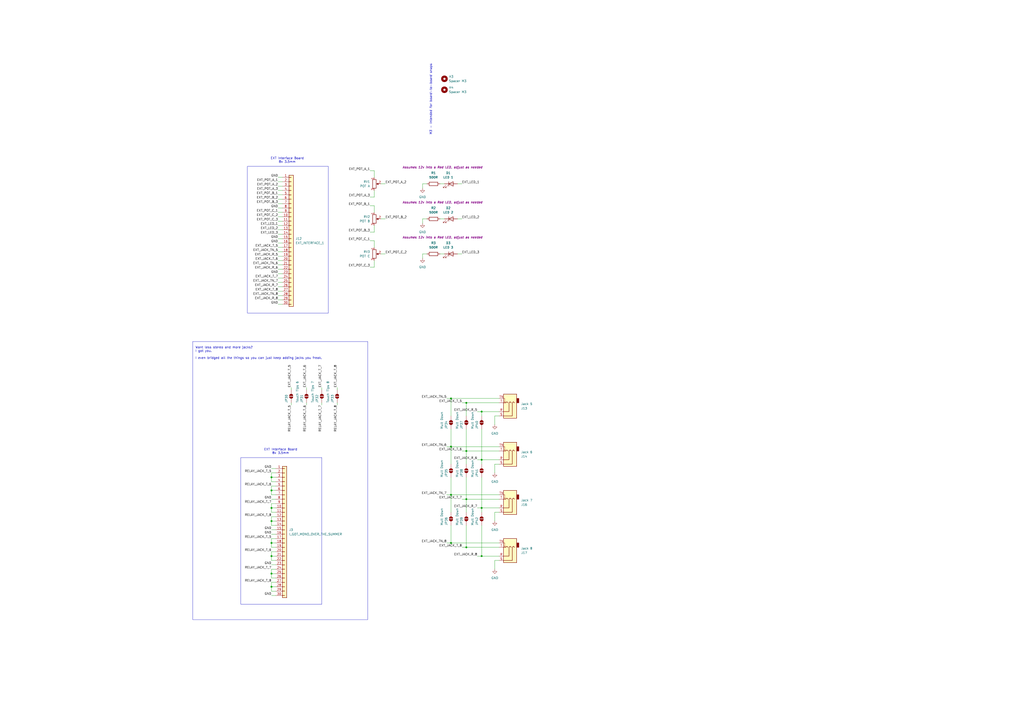
<source format=kicad_sch>
(kicad_sch (version 20231120) (generator "eeschema") (generator_version "8.0")
  (paper "A2")
  (title_block (title "Occasional Table") (rev "1.0") (company "velvia-fifty") (comment 1 "https://github.com/velvia-fifty/AudioThings") (comment 2 "What is it the rest of the time?") (comment 4 "Stay humble"))
  (lib_symbols
    (symbol "Connector_Audio:AudioJack3_SwitchT"
      (property "Reference" "J" (at 0 8.89 0))
      (property "Value" "AudioJack3_SwitchT" (at 0 6.35 0))
      (symbol "AudioJack3_SwitchT_0_1"
        (rectangle (start -5.08 -5.08) (end -6.35 -7.62) (stroke (width 0.254)) (fill (type outline)))
        (polyline (pts (xy 1.778 -5.334) (xy 2.032 -5.842)))
        (polyline (pts (xy 0 -5.08) (xy 0.635 -5.715) (xy 1.27 -5.08) (xy 2.54 -5.08)) (stroke (width 0.254)))
        (polyline (pts (xy 2.54 -7.62) (xy 1.778 -7.62) (xy 1.778 -5.334) (xy 1.524 -5.842)))
        (polyline (pts (xy -1.905 -5.08) (xy -1.27 -5.715) (xy -0.635 -5.08) (xy -0.635 0) (xy 2.54 0)) (stroke (width 0.254)))
        (polyline (pts (xy 2.54 2.54) (xy -2.54 2.54) (xy -2.54 -5.08) (xy -3.175 -5.715) (xy -3.81 -5.08)) (stroke (width 0.254)))
        (rectangle (start 2.54 3.81) (end -5.08 -10.16) (stroke (width 0.254)) (fill (type background)))
      )
      (symbol "AudioJack3_SwitchT_1_1"
        (pin passive line (at 5.08 0 180) (length 2.54) (name "~") (number "R"))
        (pin passive line (at 5.08 2.54 180) (length 2.54) (name "~") (number "S"))
        (pin passive line (at 5.08 -5.08 180) (length 2.54) (name "~") (number "T"))
        (pin passive line (at 5.08 -7.62 180) (length 2.54) (name "~") (number "TN"))
      )
    )
    (symbol "Connector_Generic:Conn_01x30" (pin_names (offset 1.016) hide)
      (property "Reference" "J" (at 0 38.1 0))
      (property "Value" "Conn_01x30" (at 0 -40.64 0))
      (symbol "Conn_01x30_1_1"
        (rectangle (start -1.27 -37.973) (end 0 -38.227) (stroke (width 0.1524)))
        (rectangle (start -1.27 -35.433) (end 0 -35.687) (stroke (width 0.1524)))
        (rectangle (start -1.27 -32.893) (end 0 -33.147) (stroke (width 0.1524)))
        (rectangle (start -1.27 -30.353) (end 0 -30.607) (stroke (width 0.1524)))
        (rectangle (start -1.27 -27.813) (end 0 -28.067) (stroke (width 0.1524)))
        (rectangle (start -1.27 -25.273) (end 0 -25.527) (stroke (width 0.1524)))
        (rectangle (start -1.27 -22.733) (end 0 -22.987) (stroke (width 0.1524)))
        (rectangle (start -1.27 -20.193) (end 0 -20.447) (stroke (width 0.1524)))
        (rectangle (start -1.27 -17.653) (end 0 -17.907) (stroke (width 0.1524)))
        (rectangle (start -1.27 -15.113) (end 0 -15.367) (stroke (width 0.1524)))
        (rectangle (start -1.27 -12.573) (end 0 -12.827) (stroke (width 0.1524)))
        (rectangle (start -1.27 -10.033) (end 0 -10.287) (stroke (width 0.1524)))
        (rectangle (start -1.27 -7.493) (end 0 -7.747) (stroke (width 0.1524)))
        (rectangle (start -1.27 -4.953) (end 0 -5.207) (stroke (width 0.1524)))
        (rectangle (start -1.27 -2.413) (end 0 -2.667) (stroke (width 0.1524)))
        (rectangle (start -1.27 0.127) (end 0 -0.127) (stroke (width 0.1524)))
        (rectangle (start -1.27 2.667) (end 0 2.413) (stroke (width 0.1524)))
        (rectangle (start -1.27 5.207) (end 0 4.953) (stroke (width 0.1524)))
        (rectangle (start -1.27 7.747) (end 0 7.493) (stroke (width 0.1524)))
        (rectangle (start -1.27 10.287) (end 0 10.033) (stroke (width 0.1524)))
        (rectangle (start -1.27 12.827) (end 0 12.573) (stroke (width 0.1524)))
        (rectangle (start -1.27 15.367) (end 0 15.113) (stroke (width 0.1524)))
        (rectangle (start -1.27 17.907) (end 0 17.653) (stroke (width 0.1524)))
        (rectangle (start -1.27 20.447) (end 0 20.193) (stroke (width 0.1524)))
        (rectangle (start -1.27 22.987) (end 0 22.733) (stroke (width 0.1524)))
        (rectangle (start -1.27 25.527) (end 0 25.273) (stroke (width 0.1524)))
        (rectangle (start -1.27 28.067) (end 0 27.813) (stroke (width 0.1524)))
        (rectangle (start -1.27 30.607) (end 0 30.353) (stroke (width 0.1524)))
        (rectangle (start -1.27 33.147) (end 0 32.893) (stroke (width 0.1524)))
        (rectangle (start -1.27 35.687) (end 0 35.433) (stroke (width 0.1524)))
        (rectangle (start -1.27 36.83) (end 1.27 -39.37) (stroke (width 0.254)) (fill (type background)))
        (pin passive line (at -5.08 35.56 0) (length 3.81) (name "Pin_1") (number "1"))
        (pin passive line (at -5.08 12.7 0) (length 3.81) (name "Pin_10") (number "10"))
        (pin passive line (at -5.08 10.16 0) (length 3.81) (name "Pin_11") (number "11"))
        (pin passive line (at -5.08 7.62 0) (length 3.81) (name "Pin_12") (number "12"))
        (pin passive line (at -5.08 5.08 0) (length 3.81) (name "Pin_13") (number "13"))
        (pin passive line (at -5.08 2.54 0) (length 3.81) (name "Pin_14") (number "14"))
        (pin passive line (at -5.08 0 0) (length 3.81) (name "Pin_15") (number "15"))
        (pin passive line (at -5.08 -2.54 0) (length 3.81) (name "Pin_16") (number "16"))
        (pin passive line (at -5.08 -5.08 0) (length 3.81) (name "Pin_17") (number "17"))
        (pin passive line (at -5.08 -7.62 0) (length 3.81) (name "Pin_18") (number "18"))
        (pin passive line (at -5.08 -10.16 0) (length 3.81) (name "Pin_19") (number "19"))
        (pin passive line (at -5.08 33.02 0) (length 3.81) (name "Pin_2") (number "2"))
        (pin passive line (at -5.08 -12.7 0) (length 3.81) (name "Pin_20") (number "20"))
        (pin passive line (at -5.08 -15.24 0) (length 3.81) (name "Pin_21") (number "21"))
        (pin passive line (at -5.08 -17.78 0) (length 3.81) (name "Pin_22") (number "22"))
        (pin passive line (at -5.08 -20.32 0) (length 3.81) (name "Pin_23") (number "23"))
        (pin passive line (at -5.08 -22.86 0) (length 3.81) (name "Pin_24") (number "24"))
        (pin passive line (at -5.08 -25.4 0) (length 3.81) (name "Pin_25") (number "25"))
        (pin passive line (at -5.08 -27.94 0) (length 3.81) (name "Pin_26") (number "26"))
        (pin passive line (at -5.08 -30.48 0) (length 3.81) (name "Pin_27") (number "27"))
        (pin passive line (at -5.08 -33.02 0) (length 3.81) (name "Pin_28") (number "28"))
        (pin passive line (at -5.08 -35.56 0) (length 3.81) (name "Pin_29") (number "29"))
        (pin passive line (at -5.08 30.48 0) (length 3.81) (name "Pin_3") (number "3"))
        (pin passive line (at -5.08 -38.1 0) (length 3.81) (name "Pin_30") (number "30"))
        (pin passive line (at -5.08 27.94 0) (length 3.81) (name "Pin_4") (number "4"))
        (pin passive line (at -5.08 25.4 0) (length 3.81) (name "Pin_5") (number "5"))
        (pin passive line (at -5.08 22.86 0) (length 3.81) (name "Pin_6") (number "6"))
        (pin passive line (at -5.08 20.32 0) (length 3.81) (name "Pin_7") (number "7"))
        (pin passive line (at -5.08 17.78 0) (length 3.81) (name "Pin_8") (number "8"))
        (pin passive line (at -5.08 15.24 0) (length 3.81) (name "Pin_9") (number "9"))
      )
    )
    (symbol "Device:LED" (pin_numbers hide) (pin_names (offset 1.016) hide)
      (property "Reference" "D" (at 0 2.54 0))
      (property "Value" "LED" (at 0 -2.54 0))
      (symbol "LED_0_1"
        (polyline (pts (xy -1.27 -1.27) (xy -1.27 1.27)) (stroke (width 0.254)))
        (polyline (pts (xy -1.27 0) (xy 1.27 0)))
        (polyline (pts (xy 1.27 -1.27) (xy 1.27 1.27) (xy -1.27 0) (xy 1.27 -1.27)) (stroke (width 0.254)))
        (polyline (pts (xy -3.048 -0.762) (xy -4.572 -2.286) (xy -3.81 -2.286) (xy -4.572 -2.286) (xy -4.572 -1.524)))
        (polyline (pts (xy -1.778 -0.762) (xy -3.302 -2.286) (xy -2.54 -2.286) (xy -3.302 -2.286) (xy -3.302 -1.524)))
      )
      (symbol "LED_1_1"
        (pin passive line (at -3.81 0 0) (length 2.54) (name "K") (number "1"))
        (pin passive line (at 3.81 0 180) (length 2.54) (name "A") (number "2"))
      )
    )
    (symbol "Device:R" (pin_numbers hide) (pin_names (offset 0))
      (property "Reference" "R" (at 2.032 0 90))
      (property "Value" "R" (at 0 0 90))
      (symbol "R_0_1"
        (rectangle (start -1.016 -2.54) (end 1.016 2.54) (stroke (width 0.254)))
      )
      (symbol "R_1_1"
        (pin passive line (at 0 3.81 270) (length 1.27) (name "~") (number "1"))
        (pin passive line (at 0 -3.81 90) (length 1.27) (name "~") (number "2"))
      )
    )
    (symbol "Device:R_Potentiometer" (pin_names (offset 1.016) hide)
      (property "Reference" "RV" (at -4.445 0 90))
      (property "Value" "R_Potentiometer" (at -2.54 0 90))
      (symbol "R_Potentiometer_0_1"
        (polyline (pts (xy 2.54 0) (xy 1.524 0)))
        (polyline (pts (xy 1.143 0) (xy 2.286 0.508) (xy 2.286 -0.508) (xy 1.143 0)) (fill (type outline)))
        (rectangle (start 1.016 2.54) (end -1.016 -2.54) (stroke (width 0.254)))
      )
      (symbol "R_Potentiometer_1_1"
        (pin passive line (at 0 3.81 270) (length 1.27) (name "1") (number "1"))
        (pin passive line (at 3.81 0 180) (length 1.27) (name "2") (number "2"))
        (pin passive line (at 0 -3.81 90) (length 1.27) (name "3") (number "3"))
      )
    )
    (symbol "Jumper:SolderJumper_2_Open" (pin_numbers hide) (pin_names (offset 0) hide) (exclude_from_sim yes) (in_bom no)
      (property "Reference" "JP" (at 0 2.032 0))
      (property "Value" "SolderJumper_2_Open" (at 0 -2.54 0))
      (symbol "SolderJumper_2_Open_0_1"
        (arc (start -0.254 1.016) (mid -1.2656 0) (end -0.254 -1.016))
        (arc (start -0.254 1.016) (mid -1.2656 0) (end -0.254 -1.016) (fill (type outline)))
        (polyline (pts (xy -0.254 1.016) (xy -0.254 -1.016)))
        (polyline (pts (xy 0.254 1.016) (xy 0.254 -1.016)))
        (arc (start 0.254 -1.016) (mid 1.2656 0) (end 0.254 1.016))
        (arc (start 0.254 -1.016) (mid 1.2656 0) (end 0.254 1.016) (fill (type outline)))
      )
      (symbol "SolderJumper_2_Open_1_1"
        (pin passive line (at -3.81 0 0) (length 2.54) (name "A") (number "1"))
        (pin passive line (at 3.81 0 180) (length 2.54) (name "B") (number "2"))
      )
    )
    (symbol "Mechanical:MountingHole" (pin_names (offset 1.016)) (exclude_from_sim yes) (in_bom no)
      (property "Reference" "H" (at 0 5.08 0))
      (property "Value" "MountingHole" (at 0 3.175 0))
      (symbol "MountingHole_0_1"
        (circle (center 0 0) (radius 1.27) (stroke (width 1.27)))
      )
    )
    (symbol "power:GND" (power) (pin_numbers hide) (pin_names (offset 0) hide)
      (property "Value" "GND" (at 0 -3.81 0))
      (symbol "GND_0_1"
        (polyline (pts (xy 0 0) (xy 0 -1.27) (xy 1.27 -1.27) (xy 0 -2.54) (xy -1.27 -1.27) (xy 0 -1.27)))
      )
      (symbol "GND_1_1"
        (pin power_in line (at 0 0 270) (length 0) (name "~") (number "1"))
      )
    )
  )
  (junction (at 157.48 314.96))
  (junction (at 279.4 238.76))
  (junction (at 261.62 314.96))
  (junction (at 157.48 322.58))
  (junction (at 157.48 302.26))
  (junction (at 157.48 294.64))
  (junction (at 157.48 332.74))
  (junction (at 279.4 294.64))
  (junction (at 157.48 340.36))
  (junction (at 261.62 259.08))
  (junction (at 261.62 287.02))
  (junction (at 270.51 261.62))
  (junction (at 270.51 317.5))
  (junction (at 157.48 284.48))
  (junction (at 279.4 322.58))
  (junction (at 279.4 266.7))
  (junction (at 270.51 233.68))
  (junction (at 270.51 289.56))
  (junction (at 261.62 231.14))
  (junction (at 157.48 276.86))
  (wire (pts (xy 160.02 309.88) (xy 157.48 309.88)))
  (wire (pts (xy 160.02 271.78) (xy 157.48 271.78)))
  (wire (pts (xy 195.58 224.79) (xy 195.58 226.06)))
  (wire (pts (xy 160.02 287.02) (xy 157.48 287.02)))
  (wire (pts (xy 163.83 128.27) (xy 161.29 128.27)))
  (wire (pts (xy 287.02 274.32) (xy 287.02 269.24)))
  (wire (pts (xy 157.48 299.72) (xy 157.48 302.26)))
  (wire (pts (xy 245.11 106.68) (xy 245.11 109.22)))
  (wire (pts (xy 287.02 297.18) (xy 289.56 297.18)))
  (wire (pts (xy 157.48 276.86) (xy 157.48 279.4)))
  (wire (pts (xy 279.4 238.76) (xy 289.56 238.76)))
  (wire (pts (xy 259.08 314.96) (xy 261.62 314.96)))
  (wire (pts (xy 163.83 168.91) (xy 161.29 168.91)))
  (wire (pts (xy 163.83 110.49) (xy 161.29 110.49)))
  (wire (pts (xy 259.08 231.14) (xy 261.62 231.14)))
  (wire (pts (xy 160.02 279.4) (xy 157.48 279.4)))
  (wire (pts (xy 270.51 261.62) (xy 270.51 269.24)))
  (wire (pts (xy 163.83 156.21) (xy 161.29 156.21)))
  (wire (pts (xy 214.63 114.3) (xy 217.17 114.3)))
  (wire (pts (xy 247.65 127) (xy 245.11 127)))
  (wire (pts (xy 163.83 143.51) (xy 161.29 143.51)))
  (wire (pts (xy 217.17 119.38) (xy 217.17 123.19)))
  (wire (pts (xy 157.48 292.1) (xy 157.48 294.64)))
  (wire (pts (xy 163.83 102.87) (xy 161.29 102.87)))
  (wire (pts (xy 217.17 114.3) (xy 217.17 110.49)))
  (wire (pts (xy 168.91 224.79) (xy 168.91 226.06)))
  (wire (pts (xy 163.83 166.37) (xy 161.29 166.37)))
  (wire (pts (xy 157.48 281.94) (xy 157.48 284.48)))
  (wire (pts (xy 160.02 332.74) (xy 157.48 332.74)))
  (wire (pts (xy 163.83 173.99) (xy 161.29 173.99)))
  (wire (pts (xy 157.48 314.96) (xy 157.48 317.5)))
  (wire (pts (xy 160.02 292.1) (xy 157.48 292.1)))
  (wire (pts (xy 195.58 234.95) (xy 195.58 233.68)))
  (wire (pts (xy 157.48 322.58) (xy 157.48 325.12)))
  (wire (pts (xy 160.02 327.66) (xy 157.48 327.66)))
  (wire (pts (xy 157.48 337.82) (xy 157.48 340.36)))
  (wire (pts (xy 160.02 320.04) (xy 157.48 320.04)))
  (wire (pts (xy 259.08 287.02) (xy 261.62 287.02)))
  (wire (pts (xy 160.02 281.94) (xy 157.48 281.94)))
  (wire (pts (xy 287.02 330.2) (xy 287.02 325.12)))
  (wire (pts (xy 270.51 248.92) (xy 270.51 261.62)))
  (wire (pts (xy 270.51 233.68) (xy 270.51 241.3)))
  (wire (pts (xy 160.02 345.44) (xy 157.48 345.44)))
  (wire (pts (xy 276.86 266.7) (xy 279.4 266.7)))
  (wire (pts (xy 261.62 314.96) (xy 289.56 314.96)))
  (wire (pts (xy 255.27 147.32) (xy 257.81 147.32)))
  (wire (pts (xy 287.02 302.26) (xy 287.02 297.18)))
  (wire (pts (xy 255.27 106.68) (xy 257.81 106.68)))
  (wire (pts (xy 168.91 234.95) (xy 168.91 233.68)))
  (wire (pts (xy 214.63 99.06) (xy 217.17 99.06)))
  (wire (pts (xy 157.48 320.04) (xy 157.48 322.58)))
  (wire (pts (xy 245.11 147.32) (xy 245.11 149.86)))
  (wire (pts (xy 276.86 294.64) (xy 279.4 294.64)))
  (wire (pts (xy 177.8 234.95) (xy 177.8 233.68)))
  (wire (pts (xy 223.52 147.32) (xy 220.98 147.32)))
  (wire (pts (xy 163.83 151.13) (xy 161.29 151.13)))
  (wire (pts (xy 186.69 224.79) (xy 186.69 226.06)))
  (wire (pts (xy 157.48 274.32) (xy 157.48 276.86)))
  (wire (pts (xy 163.83 153.67) (xy 161.29 153.67)))
  (wire (pts (xy 186.69 234.95) (xy 186.69 233.68)))
  (wire (pts (xy 214.63 139.7) (xy 217.17 139.7)))
  (wire (pts (xy 160.02 317.5) (xy 157.48 317.5)))
  (wire (pts (xy 163.83 133.35) (xy 161.29 133.35)))
  (wire (pts (xy 217.17 134.62) (xy 217.17 130.81)))
  (wire (pts (xy 157.48 312.42) (xy 157.48 314.96)))
  (wire (pts (xy 160.02 312.42) (xy 157.48 312.42)))
  (wire (pts (xy 160.02 304.8) (xy 157.48 304.8)))
  (wire (pts (xy 287.02 269.24) (xy 289.56 269.24)))
  (wire (pts (xy 261.62 248.92) (xy 261.62 259.08)))
  (wire (pts (xy 160.02 294.64) (xy 157.48 294.64)))
  (wire (pts (xy 163.83 118.11) (xy 161.29 118.11)))
  (wire (pts (xy 261.62 304.8) (xy 261.62 314.96)))
  (wire (pts (xy 160.02 340.36) (xy 157.48 340.36)))
  (wire (pts (xy 261.62 276.86) (xy 261.62 287.02)))
  (wire (pts (xy 267.97 127) (xy 265.43 127)))
  (wire (pts (xy 163.83 105.41) (xy 161.29 105.41)))
  (wire (pts (xy 160.02 342.9) (xy 157.48 342.9)))
  (wire (pts (xy 261.62 231.14) (xy 261.62 241.3)))
  (wire (pts (xy 160.02 297.18) (xy 157.48 297.18)))
  (wire (pts (xy 270.51 289.56) (xy 289.56 289.56)))
  (wire (pts (xy 223.52 127) (xy 220.98 127)))
  (wire (pts (xy 163.83 125.73) (xy 161.29 125.73)))
  (wire (pts (xy 160.02 307.34) (xy 157.48 307.34)))
  (wire (pts (xy 163.83 130.81) (xy 161.29 130.81)))
  (wire (pts (xy 267.97 106.68) (xy 265.43 106.68)))
  (wire (pts (xy 267.97 289.56) (xy 270.51 289.56)))
  (wire (pts (xy 267.97 147.32) (xy 265.43 147.32)))
  (wire (pts (xy 276.86 322.58) (xy 279.4 322.58)))
  (wire (pts (xy 163.83 123.19) (xy 161.29 123.19)))
  (wire (pts (xy 247.65 147.32) (xy 245.11 147.32)))
  (wire (pts (xy 157.48 284.48) (xy 157.48 287.02)))
  (wire (pts (xy 279.4 238.76) (xy 279.4 241.3)))
  (wire (pts (xy 217.17 99.06) (xy 217.17 102.87)))
  (wire (pts (xy 287.02 325.12) (xy 289.56 325.12)))
  (wire (pts (xy 261.62 259.08) (xy 289.56 259.08)))
  (wire (pts (xy 279.4 294.64) (xy 289.56 294.64)))
  (wire (pts (xy 160.02 284.48) (xy 157.48 284.48)))
  (wire (pts (xy 261.62 287.02) (xy 261.62 297.18)))
  (wire (pts (xy 279.4 294.64) (xy 279.4 297.18)))
  (wire (pts (xy 163.83 140.97) (xy 161.29 140.97)))
  (wire (pts (xy 163.83 146.05) (xy 161.29 146.05)))
  (wire (pts (xy 214.63 154.94) (xy 217.17 154.94)))
  (wire (pts (xy 177.8 224.79) (xy 177.8 226.06)))
  (wire (pts (xy 267.97 317.5) (xy 270.51 317.5)))
  (wire (pts (xy 259.08 259.08) (xy 261.62 259.08)))
  (wire (pts (xy 160.02 325.12) (xy 157.48 325.12)))
  (wire (pts (xy 279.4 248.92) (xy 279.4 266.7)))
  (wire (pts (xy 160.02 276.86) (xy 157.48 276.86)))
  (wire (pts (xy 287.02 246.38) (xy 287.02 241.3)))
  (wire (pts (xy 160.02 302.26) (xy 157.48 302.26)))
  (wire (pts (xy 217.17 139.7) (xy 217.17 143.51)))
  (wire (pts (xy 279.4 322.58) (xy 289.56 322.58)))
  (wire (pts (xy 261.62 231.14) (xy 289.56 231.14)))
  (wire (pts (xy 163.83 107.95) (xy 161.29 107.95)))
  (wire (pts (xy 270.51 233.68) (xy 289.56 233.68)))
  (wire (pts (xy 214.63 134.62) (xy 217.17 134.62)))
  (wire (pts (xy 160.02 299.72) (xy 157.48 299.72)))
  (wire (pts (xy 245.11 127) (xy 245.11 129.54)))
  (wire (pts (xy 160.02 335.28) (xy 157.48 335.28)))
  (wire (pts (xy 157.48 332.74) (xy 157.48 335.28)))
  (wire (pts (xy 276.86 238.76) (xy 279.4 238.76)))
  (wire (pts (xy 163.83 148.59) (xy 161.29 148.59)))
  (wire (pts (xy 160.02 330.2) (xy 157.48 330.2)))
  (wire (pts (xy 163.83 120.65) (xy 161.29 120.65)))
  (wire (pts (xy 160.02 337.82) (xy 157.48 337.82)))
  (wire (pts (xy 163.83 161.29) (xy 161.29 161.29)))
  (wire (pts (xy 163.83 158.75) (xy 161.29 158.75)))
  (wire (pts (xy 270.51 289.56) (xy 270.51 297.18)))
  (wire (pts (xy 270.51 304.8) (xy 270.51 317.5)))
  (wire (pts (xy 267.97 233.68) (xy 270.51 233.68)))
  (wire (pts (xy 217.17 154.94) (xy 217.17 151.13)))
  (wire (pts (xy 163.83 135.89) (xy 161.29 135.89)))
  (wire (pts (xy 157.48 302.26) (xy 157.48 304.8)))
  (wire (pts (xy 267.97 261.62) (xy 270.51 261.62)))
  (wire (pts (xy 160.02 274.32) (xy 157.48 274.32)))
  (wire (pts (xy 163.83 113.03) (xy 161.29 113.03)))
  (wire (pts (xy 214.63 119.38) (xy 217.17 119.38)))
  (wire (pts (xy 160.02 322.58) (xy 157.48 322.58)))
  (wire (pts (xy 163.83 138.43) (xy 161.29 138.43)))
  (wire (pts (xy 279.4 304.8) (xy 279.4 322.58)))
  (wire (pts (xy 279.4 276.86) (xy 279.4 294.64)))
  (wire (pts (xy 160.02 314.96) (xy 157.48 314.96)))
  (wire (pts (xy 270.51 317.5) (xy 289.56 317.5)))
  (wire (pts (xy 279.4 266.7) (xy 289.56 266.7)))
  (wire (pts (xy 157.48 330.2) (xy 157.48 332.74)))
  (wire (pts (xy 270.51 261.62) (xy 289.56 261.62)))
  (wire (pts (xy 163.83 163.83) (xy 161.29 163.83)))
  (wire (pts (xy 279.4 266.7) (xy 279.4 269.24)))
  (wire (pts (xy 157.48 340.36) (xy 157.48 342.9)))
  (wire (pts (xy 261.62 259.08) (xy 261.62 269.24)))
  (wire (pts (xy 163.83 115.57) (xy 161.29 115.57)))
  (wire (pts (xy 163.83 176.53) (xy 161.29 176.53)))
  (wire (pts (xy 157.48 294.64) (xy 157.48 297.18)))
  (wire (pts (xy 247.65 106.68) (xy 245.11 106.68)))
  (wire (pts (xy 160.02 289.56) (xy 157.48 289.56)))
  (wire (pts (xy 223.52 106.68) (xy 220.98 106.68)))
  (wire (pts (xy 287.02 241.3) (xy 289.56 241.3)))
  (wire (pts (xy 255.27 127) (xy 257.81 127)))
  (wire (pts (xy 163.83 171.45) (xy 161.29 171.45)))
  (wire (pts (xy 261.62 287.02) (xy 289.56 287.02)))
  (wire (pts (xy 270.51 276.86) (xy 270.51 289.56)))
  (rectangle (start 139.7 265.43) (end 186.69 350.52))
  (rectangle (start 143.51 96.52) (end 190.5 181.61))
  (rectangle (start 111.76 198.12) (end 213.36 359.41))
  (text "Want less stereo and more jacks?\nI got you.\n\nI even bridged all the things so you can just keep adding jacks you freak." (at 113.284 204.724 0) (effects (font (size 1.27 1.27)) (justify left)))
  (text "EXT Interface Board\n8x 3.5mm" (at 166.624 92.964 0) (effects (font (size 1.27 1.27))))
  (text "EXT Interface Board\n8x 3.5mm" (at 162.814 261.874 0) (effects (font (size 1.27 1.27))))
  (text "M3 - Intended for board-to-board snaps" (at 249.936 57.658 90) (effects (font (size 1.27 1.27) (italic yes))))
  (label "GND" (at 157.48 289.56 180))
  (label "EXT_JACK_R_8" (at 161.29 173.99 180))
  (label "EXT_LED_2" (at 161.29 133.35 180))
  (label "EXT_JACK_TN_6" (at 161.29 153.67 180))
  (label "RELAY_JACK_T_7" (at 157.48 292.1 180))
  (label "GND" (at 157.48 327.66 180))
  (label "GND" (at 157.48 345.44 180))
  (label "EXT_POT_A_1" (at 161.29 105.41 180))
  (label "EXT_JACK_R_7" (at 276.86 294.64 180))
  (label "EXT_LED_3" (at 267.97 147.32 0))
  (label "EXT_JACK_T_6" (at 177.8 224.79 90))
  (label "EXT_JACK_T_7" (at 186.69 224.79 90))
  (label "RELAY_JACK_T_8" (at 157.48 337.82 180))
  (label "EXT_LED_2" (at 267.97 127 0))
  (label "EXT_JACK_TN_5" (at 259.08 231.14 180))
  (label "EXT_JACK_R_7" (at 161.29 166.37 180))
  (label "EXT_JACK_TN_7" (at 161.29 163.83 180))
  (label "GND" (at 161.29 176.53 180))
  (label "EXT_POT_C_3" (at 214.63 154.94 180))
  (label "EXT_POT_A_2" (at 223.52 106.68 0))
  (label "RELAY_JACK_T_5" (at 157.48 312.42 180))
  (label "GND" (at 157.48 271.78 180))
  (label "RELAY_JACK_T_8" (at 195.58 234.95 270))
  (label "EXT_LED_1" (at 267.97 106.68 0))
  (label "EXT_POT_C_1" (at 161.29 123.19 180))
  (label "RELAY_JACK_T_6" (at 177.8 234.95 270))
  (label "EXT_POT_B_3" (at 161.29 118.11 180))
  (label "EXT_JACK_T_8" (at 161.29 168.91 180))
  (label "RELAY_JACK_T_5" (at 157.48 274.32 180))
  (label "EXT_JACK_T_7" (at 161.29 161.29 180))
  (label "EXT_JACK_R_8" (at 276.86 322.58 180))
  (label "EXT_JACK_TN_5" (at 161.29 146.05 180))
  (label "EXT_POT_A_3" (at 161.29 110.49 180))
  (label "GND" (at 161.29 138.43 180))
  (label "EXT_JACK_R_6" (at 161.29 156.21 180))
  (label "EXT_JACK_R_5" (at 161.29 148.59 180))
  (label "EXT_JACK_TN_8" (at 259.08 314.96 180))
  (label "EXT_JACK_TN_6" (at 259.08 259.08 180))
  (label "EXT_JACK_T_7" (at 267.97 289.56 180))
  (label "EXT_POT_C_1" (at 214.63 139.7 180))
  (label "EXT_POT_B_2" (at 161.29 115.57 180))
  (label "EXT_LED_3" (at 161.29 135.89 180))
  (label "EXT_POT_C_2" (at 161.29 125.73 180))
  (label "EXT_JACK_T_8" (at 267.97 317.5 180))
  (label "RELAY_JACK_T_6" (at 157.48 320.04 180))
  (label "EXT_JACK_TN_7" (at 259.08 287.02 180))
  (label "EXT_JACK_T_6" (at 267.97 261.62 180))
  (label "EXT_POT_B_3" (at 214.63 134.62 180))
  (label "EXT_POT_A_3" (at 214.63 114.3 180))
  (label "EXT_JACK_TN_8" (at 161.29 171.45 180))
  (label "GND" (at 161.29 120.65 180))
  (label "EXT_POT_C_3" (at 161.29 128.27 180))
  (label "RELAY_JACK_T_7" (at 186.69 234.95 270))
  (label "EXT_POT_C_2" (at 223.52 147.32 0))
  (label "EXT_JACK_T_8" (at 195.58 224.79 90))
  (label "EXT_POT_A_1" (at 214.63 99.06 180))
  (label "EXT_POT_B_1" (at 214.63 119.38 180))
  (label "RELAY_JACK_T_5" (at 168.91 234.95 270))
  (label "EXT_POT_B_2" (at 223.52 127 0))
  (label "RELAY_JACK_T_7" (at 157.48 330.2 180))
  (label "EXT_JACK_R_5" (at 276.86 238.76 180))
  (label "EXT_JACK_T_5" (at 267.97 233.68 180))
  (label "GND" (at 157.48 309.88 180))
  (label "GND" (at 157.48 307.34 180))
  (label "EXT_JACK_R_6" (at 276.86 266.7 180))
  (label "EXT_POT_A_2" (at 161.29 107.95 180))
  (label "GND" (at 161.29 158.75 180))
  (label "EXT_LED_1" (at 161.29 130.81 180))
  (label "GND" (at 161.29 102.87 180))
  (label "EXT_JACK_T_6" (at 161.29 151.13 180))
  (label "EXT_JACK_T_5" (at 161.29 143.51 180))
  (label "RELAY_JACK_T_6" (at 157.48 281.94 180))
  (label "EXT_POT_B_1" (at 161.29 113.03 180))
  (label "RELAY_JACK_T_8" (at 157.48 299.72 180))
  (label "GND" (at 161.29 140.97 180))
  (label "EXT_JACK_T_5" (at 168.91 224.79 90))
  (symbol (lib_id "Connector_Audio:AudioJack3_SwitchT") (at 294.64 322.58 180) (unit 1)
    (property "Reference" "J17" (at 302.26 320.6751 0) (effects (justify right)))
    (property "Value" "Jack 8" (at 302.26 318.1351 0) (effects (justify right)))
    (property "Footprint" "Connector_Audio:Jack_3.5mm_CUI_SJ-3524-SMT_Horizontal" (effects (hide yes)))
    (property "Description" "Audio Jack, 3 Poles (Stereo / TRS), Switched T Pole (Normalling)" (effects (hide yes)))
  )
  (symbol (lib_id "Device:R") (at 251.46 127 90) (unit 1)
    (property "Reference" "R2" (at 251.46 120.65 90))
    (property "Value" "500R" (at 251.46 123.19 90))
    (property "Description" "Resistor" (effects (hide yes)))
    (property "Note" "Assumes 12v into a Red LED, adjust as needed" (at 256.794 117.348 90) (effects (font (italic yes))))
  )
  (symbol (lib_id "Mechanical:MountingHole") (at 257.81 45.72 0) (unit 1) (exclude_from_sim yes) (in_bom no)
    (property "Reference" "H3" (at 260.35 44.4499 0) (effects (justify left)))
    (property "Value" "Spacer M3" (at 260.35 46.9899 0) (effects (justify left)))
    (property "Footprint" "MountingHole:MountingHole_3.2mm_M3_DIN965" (effects (hide yes)))
    (property "Description" "Mounting Hole without connection" (effects (hide yes)))
  )
  (symbol (lib_id "Jumper:SolderJumper_2_Open") (at 195.58 229.87 90) (mirror x) (unit 1) (exclude_from_sim yes) (in_bom no)
    (property "Reference" "JP33" (at 192.786 233.68 0) (effects (justify right)))
    (property "Value" "Touch Tips 8" (at 190.246 233.68 0) (effects (justify right)))
    (property "Footprint" "Jumper:SolderJumper-2_P1.3mm_Open_TrianglePad1.0x1.5mm" (effects (hide yes)))
    (property "Description" "Solder Jumper, 2-pole, open" (effects (hide yes)))
  )
  (symbol (lib_id "power:GND") (at 287.02 246.38 0) (mirror y) (unit 1)
    (property "Reference" "#PWR0107" (effects (hide yes)))
    (property "Value" "GND" (at 287.02 251.46 0))
    (property "Description" "Power symbol creates a global label with name \"GND\" , ground" (effects (hide yes)))
  )
  (symbol (lib_id "Jumper:SolderJumper_2_Open") (at 261.62 245.11 90) (mirror x) (unit 1) (exclude_from_sim yes) (in_bom no)
    (property "Reference" "JP34" (at 258.826 248.92 0) (effects (justify right)))
    (property "Value" "Mult Down" (at 256.286 248.92 0) (effects (justify right)))
    (property "Footprint" "Jumper:SolderJumper-2_P1.3mm_Open_TrianglePad1.0x1.5mm" (effects (hide yes)))
    (property "Description" "Solder Jumper, 2-pole, open" (effects (hide yes)))
  )
  (symbol (lib_id "Jumper:SolderJumper_2_Open") (at 270.51 300.99 90) (mirror x) (unit 1) (exclude_from_sim yes) (in_bom no)
    (property "Reference" "JP39" (at 267.716 304.8 0) (effects (justify right)))
    (property "Value" "Mult Down" (at 265.176 304.8 0) (effects (justify right)))
    (property "Footprint" "Jumper:SolderJumper-2_P1.3mm_Open_TrianglePad1.0x1.5mm" (effects (hide yes)))
    (property "Description" "Solder Jumper, 2-pole, open" (effects (hide yes)))
  )
  (symbol (lib_id "Jumper:SolderJumper_2_Open") (at 279.4 245.11 90) (mirror x) (unit 1) (exclude_from_sim yes) (in_bom no)
    (property "Reference" "JP40" (at 276.606 248.92 0) (effects (justify right)))
    (property "Value" "Mult Down" (at 274.066 248.92 0) (effects (justify right)))
    (property "Footprint" "Jumper:SolderJumper-2_P1.3mm_Open_TrianglePad1.0x1.5mm" (effects (hide yes)))
    (property "Description" "Solder Jumper, 2-pole, open" (effects (hide yes)))
  )
  (symbol (lib_id "Connector_Audio:AudioJack3_SwitchT") (at 294.64 266.7 180) (unit 1)
    (property "Reference" "J14" (at 302.26 264.7951 0) (effects (justify right)))
    (property "Value" "Jack 6" (at 302.26 262.2551 0) (effects (justify right)))
    (property "Footprint" "Connector_Audio:Jack_3.5mm_CUI_SJ-3524-SMT_Horizontal" (effects (hide yes)))
    (property "Description" "Audio Jack, 3 Poles (Stereo / TRS), Switched T Pole (Normalling)" (effects (hide yes)))
  )
  (symbol (lib_id "Jumper:SolderJumper_2_Open") (at 270.51 273.05 90) (mirror x) (unit 1) (exclude_from_sim yes) (in_bom no)
    (property "Reference" "JP38" (at 267.716 276.86 0) (effects (justify right)))
    (property "Value" "Mult Down" (at 265.176 276.86 0) (effects (justify right)))
    (property "Footprint" "Jumper:SolderJumper-2_P1.3mm_Open_TrianglePad1.0x1.5mm" (effects (hide yes)))
    (property "Description" "Solder Jumper, 2-pole, open" (effects (hide yes)))
  )
  (symbol (lib_id "Device:R") (at 251.46 106.68 90) (unit 1)
    (property "Reference" "R1" (at 251.46 100.33 90))
    (property "Value" "500R" (at 251.46 102.87 90))
    (property "Description" "Resistor" (effects (hide yes)))
    (property "Note" "Assumes 12v into a Red LED, adjust as needed" (at 256.794 97.028 90) (effects (font (italic yes))))
  )
  (symbol (lib_id "power:GND") (at 287.02 274.32 0) (mirror y) (unit 1)
    (property "Reference" "#PWR0105" (effects (hide yes)))
    (property "Value" "GND" (at 287.02 279.4 0))
    (property "Description" "Power symbol creates a global label with name \"GND\" , ground" (effects (hide yes)))
  )
  (symbol (lib_id "Connector_Generic:Conn_01x30") (at 168.91 138.43 0) (unit 1)
    (property "Reference" "J12" (at 171.45 138.4299 0) (effects (justify left)))
    (property "Value" "EXT_INTERFACE_1" (at 171.45 140.9699 0) (effects (justify left)))
    (property "Footprint" "AT-Footprints:AMPHENOL_SFV30R-4STE1HLF - FFC - 30 RA" (effects (hide yes)))
    (property "Description" "Generic connector, single row, 01x30, script generated (kicad-library-utils/schlib/autogen/connector/)" (effects (hide yes)))
  )
  (symbol (lib_id "Connector_Audio:AudioJack3_SwitchT") (at 294.64 238.76 180) (unit 1)
    (property "Reference" "J13" (at 302.26 236.8551 0) (effects (justify right)))
    (property "Value" "Jack 5" (at 302.26 234.3151 0) (effects (justify right)))
    (property "Footprint" "Connector_Audio:Jack_3.5mm_CUI_SJ-3524-SMT_Horizontal" (effects (hide yes)))
    (property "Description" "Audio Jack, 3 Poles (Stereo / TRS), Switched T Pole (Normalling)" (effects (hide yes)))
  )
  (symbol (lib_id "power:GND") (at 245.11 129.54 0) (unit 1)
    (property "Reference" "#PWR0102" (effects (hide yes)))
    (property "Value" "GND" (at 245.11 134.62 0))
    (property "Description" "Power symbol creates a global label with name \"GND\" , ground" (effects (hide yes)))
  )
  (symbol (lib_id "power:GND") (at 245.11 149.86 0) (unit 1)
    (property "Reference" "#PWR0101" (effects (hide yes)))
    (property "Value" "GND" (at 245.11 154.94 0))
    (property "Description" "Power symbol creates a global label with name \"GND\" , ground" (effects (hide yes)))
  )
  (symbol (lib_id "Jumper:SolderJumper_2_Open") (at 186.69 229.87 90) (mirror x) (unit 1) (exclude_from_sim yes) (in_bom no)
    (property "Reference" "JP32" (at 183.896 233.68 0) (effects (justify right)))
    (property "Value" "Touch Tips 7" (at 181.356 233.68 0) (effects (justify right)))
    (property "Footprint" "Jumper:SolderJumper-2_P1.3mm_Open_TrianglePad1.0x1.5mm" (effects (hide yes)))
    (property "Description" "Solder Jumper, 2-pole, open" (effects (hide yes)))
  )
  (symbol (lib_id "Device:R") (at 251.46 147.32 90) (unit 1)
    (property "Reference" "R3" (at 251.46 140.97 90))
    (property "Value" "500R" (at 251.46 143.51 90))
    (property "Description" "Resistor" (effects (hide yes)))
    (property "Note" "Assumes 12v into a Red LED, adjust as needed" (at 256.794 137.668 90) (effects (font (italic yes))))
  )
  (symbol (lib_id "Device:R_Potentiometer") (at 217.17 106.68 0) (unit 1)
    (property "Reference" "RV1" (at 214.63 105.4099 0) (effects (justify right)))
    (property "Value" "POT A" (at 214.63 107.9499 0) (effects (justify right)))
    (property "Footprint" "Potentiometer_THT:Potentiometer_Bourns_PTV09A-2_Single_Horizontal" (effects (hide yes)))
    (property "Description" "Potentiometer" (effects (hide yes)))
  )
  (symbol (lib_id "power:GND") (at 245.11 109.22 0) (unit 1)
    (property "Reference" "#PWR0103" (effects (hide yes)))
    (property "Value" "GND" (at 245.11 114.3 0))
    (property "Description" "Power symbol creates a global label with name \"GND\" , ground" (effects (hide yes)))
  )
  (symbol (lib_id "Connector_Audio:AudioJack3_SwitchT") (at 294.64 294.64 180) (unit 1)
    (property "Reference" "J16" (at 302.26 292.7351 0) (effects (justify right)))
    (property "Value" "Jack 7" (at 302.26 290.1951 0) (effects (justify right)))
    (property "Footprint" "Connector_Audio:Jack_3.5mm_CUI_SJ-3524-SMT_Horizontal" (effects (hide yes)))
    (property "Description" "Audio Jack, 3 Poles (Stereo / TRS), Switched T Pole (Normalling)" (effects (hide yes)))
  )
  (symbol (lib_id "Mechanical:MountingHole") (at 257.81 52.07 0) (unit 1) (exclude_from_sim yes) (in_bom no)
    (property "Reference" "H4" (at 260.35 50.7999 0) (effects (justify left)))
    (property "Value" "Spacer M3" (at 260.35 53.3399 0) (effects (justify left)))
    (property "Footprint" "MountingHole:MountingHole_3.2mm_M3_DIN965" (effects (hide yes)))
    (property "Description" "Mounting Hole without connection" (effects (hide yes)))
  )
  (symbol (lib_id "Jumper:SolderJumper_2_Open") (at 261.62 273.05 90) (mirror x) (unit 1) (exclude_from_sim yes) (in_bom no)
    (property "Reference" "JP35" (at 258.826 276.86 0) (effects (justify right)))
    (property "Value" "Mult Down" (at 256.286 276.86 0) (effects (justify right)))
    (property "Footprint" "Jumper:SolderJumper-2_P1.3mm_Open_TrianglePad1.0x1.5mm" (effects (hide yes)))
    (property "Description" "Solder Jumper, 2-pole, open" (effects (hide yes)))
  )
  (symbol (lib_id "Jumper:SolderJumper_2_Open") (at 177.8 229.87 90) (mirror x) (unit 1) (exclude_from_sim yes) (in_bom no)
    (property "Reference" "JP31" (at 175.006 233.68 0) (effects (justify right)))
    (property "Value" "Touch Tips 6" (at 172.466 233.68 0) (effects (justify right)))
    (property "Footprint" "Jumper:SolderJumper-2_P1.3mm_Open_TrianglePad1.0x1.5mm" (effects (hide yes)))
    (property "Description" "Solder Jumper, 2-pole, open" (effects (hide yes)))
  )
  (symbol (lib_id "power:GND") (at 287.02 302.26 0) (mirror y) (unit 1)
    (property "Reference" "#PWR0106" (effects (hide yes)))
    (property "Value" "GND" (at 287.02 307.34 0))
    (property "Description" "Power symbol creates a global label with name \"GND\" , ground" (effects (hide yes)))
  )
  (symbol (lib_id "power:GND") (at 287.02 330.2 0) (mirror y) (unit 1)
    (property "Reference" "#PWR0104" (effects (hide yes)))
    (property "Value" "GND" (at 287.02 335.28 0))
    (property "Description" "Power symbol creates a global label with name \"GND\" , ground" (effects (hide yes)))
  )
  (symbol (lib_id "Connector_Generic:Conn_01x30") (at 165.1 307.34 0) (unit 1)
    (property "Reference" "J3" (at 167.64 307.3399 0) (effects (justify left)))
    (property "Value" "I_GOT_MONO_OVER_THE_SUMMER" (at 167.64 309.8799 0) (effects (justify left)))
    (property "Footprint" "AT-Footprints:AMPHENOL_SFV30R-4STE1HLF - FFC - 30 RA" (effects (hide yes)))
    (property "Description" "Generic connector, single row, 01x30, script generated (kicad-library-utils/schlib/autogen/connector/)" (effects (hide yes)))
  )
  (symbol (lib_id "Device:R_Potentiometer") (at 217.17 127 0) (unit 1)
    (property "Reference" "RV2" (at 214.63 125.7299 0) (effects (justify right)))
    (property "Value" "POT B" (at 214.63 128.2699 0) (effects (justify right)))
    (property "Footprint" "Potentiometer_THT:Potentiometer_Bourns_PTV09A-2_Single_Horizontal" (effects (hide yes)))
    (property "Description" "Potentiometer" (effects (hide yes)))
  )
  (symbol (lib_id "Device:LED") (at 261.62 127 0) (unit 1)
    (property "Reference" "D2" (at 260.0325 120.65 0))
    (property "Value" "LED 2" (at 260.0325 123.19 0))
    (property "Footprint" "LED_SMD:LED_0805_2012Metric_Pad1.15x1.40mm_HandSolder" (effects (hide yes)))
    (property "Description" "Light emitting diode" (effects (hide yes)))
  )
  (symbol (lib_id "Jumper:SolderJumper_2_Open") (at 279.4 273.05 90) (mirror x) (unit 1) (exclude_from_sim yes) (in_bom no)
    (property "Reference" "JP41" (at 276.606 276.86 0) (effects (justify right)))
    (property "Value" "Mult Down" (at 274.066 276.86 0) (effects (justify right)))
    (property "Footprint" "Jumper:SolderJumper-2_P1.3mm_Open_TrianglePad1.0x1.5mm" (effects (hide yes)))
    (property "Description" "Solder Jumper, 2-pole, open" (effects (hide yes)))
  )
  (symbol (lib_id "Jumper:SolderJumper_2_Open") (at 168.91 229.87 90) (mirror x) (unit 1) (exclude_from_sim yes) (in_bom no)
    (property "Reference" "JP30" (at 166.116 233.68 0) (effects (justify right)))
    (property "Value" "Touch Tips 5" (effects (hide yes)))
    (property "Footprint" "Jumper:SolderJumper-2_P1.3mm_Open_TrianglePad1.0x1.5mm" (effects (hide yes)))
    (property "Description" "Solder Jumper, 2-pole, open" (effects (hide yes)))
  )
  (symbol (lib_id "Device:LED") (at 261.62 106.68 0) (unit 1)
    (property "Reference" "D1" (at 260.0325 100.33 0))
    (property "Value" "LED 1" (at 260.0325 102.87 0))
    (property "Footprint" "LED_SMD:LED_0805_2012Metric_Pad1.15x1.40mm_HandSolder" (effects (hide yes)))
    (property "Description" "Light emitting diode" (effects (hide yes)))
  )
  (symbol (lib_id "Jumper:SolderJumper_2_Open") (at 261.62 300.99 90) (mirror x) (unit 1) (exclude_from_sim yes) (in_bom no)
    (property "Reference" "JP36" (at 258.826 304.8 0) (effects (justify right)))
    (property "Value" "Mult Down" (at 256.286 304.8 0) (effects (justify right)))
    (property "Footprint" "Jumper:SolderJumper-2_P1.3mm_Open_TrianglePad1.0x1.5mm" (effects (hide yes)))
    (property "Description" "Solder Jumper, 2-pole, open" (effects (hide yes)))
  )
  (symbol (lib_id "Device:R_Potentiometer") (at 217.17 147.32 0) (unit 1)
    (property "Reference" "RV3" (at 214.63 146.0499 0) (effects (justify right)))
    (property "Value" "POT C" (at 214.63 148.5899 0) (effects (justify right)))
    (property "Footprint" "Potentiometer_THT:Potentiometer_Bourns_PTV09A-2_Single_Horizontal" (effects (hide yes)))
    (property "Description" "Potentiometer" (effects (hide yes)))
  )
  (symbol (lib_id "Jumper:SolderJumper_2_Open") (at 270.51 245.11 90) (mirror x) (unit 1) (exclude_from_sim yes) (in_bom no)
    (property "Reference" "JP37" (at 267.716 248.92 0) (effects (justify right)))
    (property "Value" "Mult Down" (at 265.176 248.92 0) (effects (justify right)))
    (property "Footprint" "Jumper:SolderJumper-2_P1.3mm_Open_TrianglePad1.0x1.5mm" (effects (hide yes)))
    (property "Description" "Solder Jumper, 2-pole, open" (effects (hide yes)))
  )
  (symbol (lib_id "Jumper:SolderJumper_2_Open") (at 279.4 300.99 90) (mirror x) (unit 1) (exclude_from_sim yes) (in_bom no)
    (property "Reference" "JP42" (at 276.606 304.8 0) (effects (justify right)))
    (property "Value" "Mult Down" (at 274.066 304.8 0) (effects (justify right)))
    (property "Footprint" "Jumper:SolderJumper-2_P1.3mm_Open_TrianglePad1.0x1.5mm" (effects (hide yes)))
    (property "Description" "Solder Jumper, 2-pole, open" (effects (hide yes)))
  )
  (symbol (lib_id "Device:LED") (at 261.62 147.32 0) (unit 1)
    (property "Reference" "D3" (at 260.0325 140.97 0))
    (property "Value" "LED 3" (at 260.0325 143.51 0))
    (property "Footprint" "LED_SMD:LED_0805_2012Metric_Pad1.15x1.40mm_HandSolder" (effects (hide yes)))
    (property "Description" "Light emitting diode" (effects (hide yes)))
  )
)
</source>
